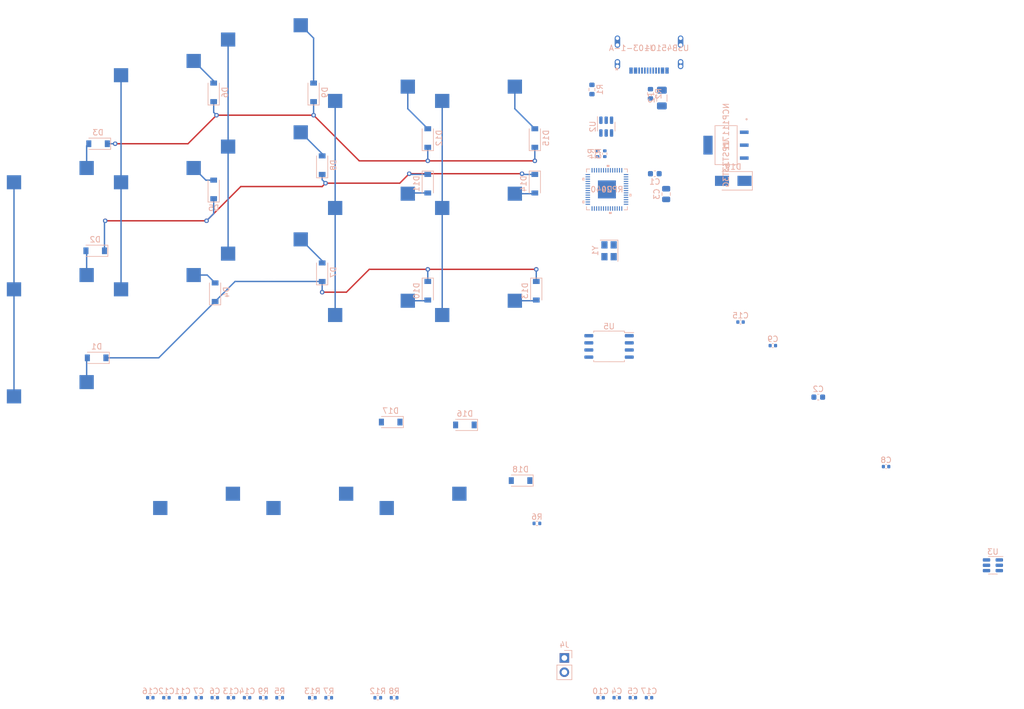
<source format=kicad_pcb>
(kicad_pcb (version 20211014) (generator pcbnew)
  (layers (0 "F.Cu" signal) (31 "B.Cu" signal) (34 "B.Paste" user) (35 "F.Paste" user) (36 "B.SilkS" user "B.Silkscreen") (37 "F.SilkS" user "F.Silkscreen") (38 "B.Mask" user) (39 "F.Mask" user) (44 "Edge.Cuts" user))
  (net 0 "")
  (net 1 "Net-(C1-Pad1)")
  (net 2 "GND")
  (net 3 "+3V3")
  (net 4 "+1V1")
  (net 5 "Net-(C16-Pad1)")
  (net 6 "Net-(C17-Pad1)")
  (net 7 "ROW3")
  (net 8 "Net-(D1-Pad2)")
  (net 9 "ROW2")
  (net 10 "Net-(D2-Pad2)")
  (net 11 "ROW1")
  (net 12 "Net-(D3-Pad2)")
  (net 13 "Net-(D4-Pad2)")
  (net 14 "Net-(D5-Pad2)")
  (net 15 "Net-(D6-Pad2)")
  (net 16 "Net-(D7-Pad2)")
  (net 17 "Net-(D8-Pad2)")
  (net 18 "Net-(D9-Pad2)")
  (net 19 "Net-(D10-Pad2)")
  (net 20 "Net-(D11-Pad2)")
  (net 21 "Net-(D12-Pad2)")
  (net 22 "Net-(D13-Pad2)")
  (net 23 "Net-(D14-Pad2)")
  (net 24 "Net-(D15-Pad2)")
  (net 25 "Net-(D16-Pad2)")
  (net 26 "Net-(D17-Pad2)")
  (net 27 "Net-(D18-Pad2)")
  (net 28 "Net-(D19-Pad2)")
  (net 29 "VBUS")
  (net 31 "CC1")
  (net 32 "USB_CONN_D-")
  (net 33 "USB__CONN_D+")
  (net 34 "USB__CONN_D-")
  (net 35 "USB_CONN_D+")
  (net 37 "CC2")
  (net 38 "/~{USB_BOOT}")
  (net 39 "COL1")
  (net 40 "COL2")
  (net 41 "COL3")
  (net 42 "COL4")
  (net 43 "COL5")
  (net 44 "COL6")
  (net 45 "USB_D+")
  (net 46 "Net-(R3-Pad2)")
  (net 47 "USB_D-")
  (net 48 "Net-(R4-Pad2)")
  (net 49 "/QSPI_SS")
  (net 50 "/XOUT")
  (net 51 "SDA_DISPLAY")
  (net 52 "SCL_DISPLAY")
  (net 53 "Net-(D21-Pad1)")
  (net 54 "Net-(D22-Pad1)")
  (net 55 "RX_SPLIT_CONN")
  (net 56 "TX_SPLIT_CONN")
  (net 57 "TX_SPLIT")
  (net 58 "RX_SPLIT")
  (net 59 "/QSPI_SD1")
  (net 60 "/QSPI_SD2")
  (net 61 "/QSPI_SD0")
  (net 62 "/QSPI_SCLK")
  (net 63 "/QSPI_SD3")
  (net 64 "+3.3V")
  (net 68 "/XIN")
  (net 69 "/SWCLK")
  (net 70 "/SWD")
  (net 71 "/RUN")
  (net 81 "LED")
  (net 82 "/GPIO26_ADC0")
  (net 83 "/GPIO27_ADC1")
  (net 84 "/GPIO28_ADC2")
  (net 85 "/GPIO29_ADC3")
  (footprint "Keyboard:MX" (layer "F.Cu") (at 104.648 81.28)
    (fp_text reference "MX12" hide)
    (fp_text value "SW_Push" hide)
  )
  (footprint "Keyboard:MX" (layer "F.Cu") (at 66.548 76.708)
    (fp_text reference "MX6" hide)
    (fp_text value "SW_Push" hide)
  )
  (footprint "Keyboard:MX" (layer "F.Cu") (at 66.548 57.658)
    (fp_text reference "MX5" hide)
    (fp_text value "SW_Push" hide)
  )
  (footprint "Keyboard:MX" (layer "F.Cu") (at 85.598 70.358)
    (fp_text reference "MX9" hide)
    (fp_text value "SW_Push" hide)
  )
  (footprint "Keyboard:MX" (layer "F.Cu") (at 47.498 57.658)
    (fp_text reference "MX1" hide)
    (fp_text value "SW_Push" hide)
  )
  (footprint "Keyboard:MX" (layer "F.Cu") (at 104.648 43.18)
    (fp_text reference "MX10" hide)
    (fp_text value "SW_Push" hide)
  )
  (footprint "Keyboard:MX" (layer "F.Cu") (at 85.598 32.258)
    (fp_text reference "MX7" hide)
    (fp_text value "SW_Push" hide)
  )
  (footprint "Keyboard:MX" (layer "F.Cu") (at 123.698 62.23)
    (fp_text reference "MX14" hide)
    (fp_text value "SW_Push" hide)
  )
  (footprint "Keyboard:MX" (layer "F.Cu") (at 73.526 115.622)
    (fp_text reference "MX18" hide)
    (fp_text value "SW_Push" hide)
  )
  (footprint "Keyboard:MX" (layer "F.Cu") (at 47.498 76.708)
    (fp_text reference "MX2" hide)
    (fp_text value "SW_Push" hide)
  )
  (footprint "Keyboard:MX" (layer "F.Cu") (at 47.498 95.758)
    (fp_text reference "MX3" hide)
    (fp_text value "SW_Push" hide)
  )
  (footprint "Keyboard:MX" (layer "F.Cu") (at 113.826 115.622)
    (fp_text reference "MX16" hide)
    (fp_text value "SW_Push" hide)
  )
  (footprint "Keyboard:MX" (layer "F.Cu") (at 93.676 115.622)
    (fp_text reference "MX17" hide)
    (fp_text value "SW_Push" hide)
  )
  (footprint "Keyboard:MX" (layer "F.Cu") (at 123.698 81.28)
    (fp_text reference "MX15" hide)
    (fp_text value "SW_Push" hide)
  )
  (footprint "Keyboard:MX" (layer "F.Cu") (at 85.598 51.308)
    (fp_text reference "MX8" hide)
    (fp_text value "SW_Push" hide)
  )
  (footprint "Keyboard:MX" (layer "F.Cu") (at 104.648 62.23)
    (fp_text reference "MX11" hide)
    (fp_text value "SW_Push" hide)
  )
  (footprint "Keyboard:MX" (layer "F.Cu") (at 123.698 43.18)
    (fp_text reference "MX13" hide)
    (fp_text value "SW_Push" hide)
  )
  (footprint "Keyboard:MX" (layer "F.Cu") (at 66.548 38.608)
    (fp_text reference "MX4" hide)
    (fp_text value "SW_Push" hide)
  )
  (footprint "Resistor_SMD:R_0402_1005Metric" (layer "B.Cu") (at 145.542 50.038 -90)
    (fp_text reference "R3")
    (fp_text value "27")
  )
  (footprint "RP2040:SC090813" (layer "B.Cu") (at 145.923 56.388 180)
    (fp_text reference "U4")
    (fp_text value "RP2040")
  )
  (footprint "Resistor_SMD:R_0402_1005Metric" (layer "B.Cu") (at 93.507904 146.842 180)
    (fp_text reference "R13")
    (fp_text value "2.2K")
  )
  (footprint "Capacitor_SMD:C_0402_1005Metric" (layer "B.Cu") (at 76.147904 146.832 180)
    (fp_text reference "C6")
    (fp_text value "100n")
  )
  (footprint "Resistor_SMD:R_0402_1005Metric" (layer "B.Cu") (at 108.057904 146.842 180)
    (fp_text reference "R8")
    (fp_text value "4.7K")
  )
  (footprint "Capacitor_SMD:C_0402_1005Metric" (layer "B.Cu") (at 175.449962 84.182 180)
    (fp_text reference "C9")
    (fp_text value "100n")
  )
  (footprint "Diode_SMD:D_SOD-123" (layer "B.Cu") (at 133.096 55.372 -90)
    (fp_text reference "D14")
    (fp_text value "DIODE")
  )
  (footprint "Capacitor_SMD:C_0603_1608Metric" (layer "B.Cu") (at 154.445 53.594)
    (fp_text reference "C1")
    (fp_text value "10u")
  )
  (footprint "Diode_SMD:D_SOD-123" (layer "B.Cu") (at 55.372 48.26 180)
    (fp_text reference "D3")
    (fp_text value "DIODE")
  )
  (footprint "Diode_SMD:D_SOD-123" (layer "B.Cu") (at 76.2 74.676 90)
    (fp_text reference "D4")
    (fp_text value "DIODE")
  )
  (footprint "Resistor_SMD:R_0402_1005Metric" (layer "B.Cu") (at 105.147904 146.842 180)
    (fp_text reference "R12")
    (fp_text value "2.2K")
  )
  (footprint "Diode_SMD:D_SOD-123" (layer "B.Cu") (at 55.118 86.36 180)
    (fp_text reference "D1")
    (fp_text value "DIODE")
  )
  (footprint "Capacitor_SMD:C_0402_1005Metric" (layer "B.Cu") (at 144.801716 146.832 180)
    (fp_text reference "C10")
    (fp_text value "100n")
  )
  (footprint "Capacitor_SMD:C_0402_1005Metric" (layer "B.Cu") (at 153.411716 146.832 180)
    (fp_text reference "C17")
    (fp_text value "20p")
  )
  (footprint "Diode_SMD:D_SOD-123" (layer "B.Cu") (at 107.442 97.79 180)
    (fp_text reference "D17")
    (fp_text value "DIODE")
  )
  (footprint "Capacitor_SMD:C_0402_1005Metric" (layer "B.Cu") (at 79.017904 146.832 180)
    (fp_text reference "C13")
    (fp_text value "1u")
  )
  (footprint "Capacitor_SMD:C_0402_1005Metric" (layer "B.Cu") (at 70.407904 146.832 180)
    (fp_text reference "C11")
    (fp_text value "100n")
  )
  (footprint "Diode_SMD:D_SOD-123" (layer "B.Cu") (at 95.25 52.07 90)
    (fp_text reference "D8")
    (fp_text value "DIODE")
  )
  (footprint "Diode_SMD:D_SOD-123" (layer "B.Cu") (at 114.046 55.372 -90)
    (fp_text reference "D11")
    (fp_text value "DIODE")
  )
  (footprint "Diode_SMD:D_SOD-123" (layer "B.Cu") (at 75.946 56.388 90)
    (fp_text reference "D5")
    (fp_text value "DIODE")
  )
  (footprint "Capacitor_SMD:C_0402_1005Metric" (layer "B.Cu") (at 195.599962 105.712 180)
    (fp_text reference "C8")
    (fp_text value "100n")
  )
  (footprint "USB4510-03-1-A:USB4510-03-1-A" (layer "B.Cu") (at 153.416 31.242)
    (fp_text reference "J1")
    (fp_text value "USB4510-03-1-A")
  )
  (footprint "Package_TO_SOT_SMD:SOT-23-6" (layer "B.Cu") (at 214.609962 123.272 180)
    (fp_text reference "U3")
    (fp_text value "USBLC6-2SC6")
  )
  (footprint "Resistor_SMD:R_0603_1608Metric" (layer "B.Cu") (at 143.256 38.608 90)
    (fp_text reference "R1")
    (fp_text value "5.1k")
  )
  (footprint "Diode_SMD:D_SOD-123" (layer "B.Cu") (at 120.65 98.298 180)
    (fp_text reference "D16")
    (fp_text value "DIODE")
  )
  (footprint "Capacitor_SMD:C_0402_1005Metric" (layer "B.Cu") (at 73.277904 146.832 180)
    (fp_text reference "C7")
    (fp_text value "100n")
  )
  (footprint "Capacitor_SMD:C_0402_1005Metric" (layer "B.Cu") (at 64.667904 146.832 180)
    (fp_text reference "C16")
    (fp_text value "20p")
  )
  (footprint "Capacitor_SMD:C_0805_2012Metric" (layer "B.Cu") (at 156.464 57.216 -90)
    (fp_text reference "C3")
    (fp_text value "10u")
  )
  (footprint "NCP1117LPST33T3G:NCP1117LPST33T3G" (layer "B.Cu") (at 167.132 48.514 -90)
    (fp_text reference "U1")
    (fp_text value "NCP1117LPST33T3G")
  )
  (footprint "Resistor_SMD:R_0402_1005Metric" (layer "B.Cu") (at 84.777904 146.842 180)
    (fp_text reference "R9")
    (fp_text value "4.7K")
  )
  (footprint "Resistor_SMD:R_0402_1005Metric" (layer "B.Cu") (at 144.272 50.04 -90)
    (fp_text reference "R4")
    (fp_text value "27")
  )
  (footprint "Resistor_SMD:R_0402_1005Metric" (layer "B.Cu") (at 133.466 115.824 180)
    (fp_text reference "R6")
    (fp_text value "1k")
  )
  (footprint "Connector_PinHeader_2.54mm:PinHeader_1x02_P2.54mm_Vertical" (layer "B.Cu") (at 138.351716 139.762 180)
    (fp_text reference "J4")
    (fp_text value "switch")
  )
  (footprint "Capacitor_SMD:C_0402_1005Metric" (layer "B.Cu") (at 169.699962 79.992 180)
    (fp_text reference "C15")
    (fp_text value "100n")
  )
  (footprint "Diode_SMD:D_SOD-123" (layer "B.Cu") (at 114.046 47.244 90)
    (fp_text reference "D12")
    (fp_text value "DIODE")
  )
  (footprint "Resistor_SMD:R_0603_1608Metric" (layer "B.Cu") (at 153.67 39.37 90)
    (fp_text reference "R2")
    (fp_text value "5.1k")
  )
  (footprint "Capacitor_SMD:C_0402_1005Metric" (layer "B.Cu") (at 81.887904 146.832 180)
    (fp_text reference "C14")
    (fp_text value "1u")
  )
  (footprint "Capacitor_SMD:C_0603_1608Metric" (layer "B.Cu") (at 183.529962 93.352 180)
    (fp_text reference "C2")
    (fp_text value "10u")
  )
  (footprint "Oscillator:Oscillator_SMD_Abracon_ASE-4Pin_3.2x2.5mm" (layer "B.Cu") (at 146.304 67.31 -90)
    (fp_text reference "Y1")
    (fp_text value "12MHz")
  )
  (footprint "Diode_SMD:D_SOD-123" (layer "B.Cu") (at 133.35 74.422 -90)
    (fp_text reference "D13")
    (fp_text value "DIODE")
  )
  (footprint "Diode_SMD:D_SOD-123" (layer "B.Cu") (at 95.25 71.12 90)
    (fp_text reference "D7")
    (fp_text value "DIODE")
  )
  (footprint "Capacitor_SMD:C_0402_1005Metric" (layer "B.Cu") (at 67.537904 146.832 180)
    (fp_text reference "C12")
    (fp_text value "100n")
  )
  (footprint "Diode_SMD:D_SOD-123" (layer "B.Cu") (at 93.726 39.116 90)
    (fp_text reference "D9")
    (fp_text value "DIODE")
  )
  (footprint "Diode_SMD:D_SOD-123" (layer "B.Cu") (at 114.046 74.422 -90)
    (fp_text reference "D10")
    (fp_text value "DIODE")
  )
  (footprint "Resistor_SMD:R_0402_1005Metric" (layer "B.Cu") (at 96.417904 146.842 180)
    (fp_text reference "R7")
    (fp_text value "1k")
  )
  (footprint "Diode_SMD:D_SOD-123" (layer "B.Cu") (at 133.096 47.244 90)
    (fp_text reference "D15")
    (fp_text value "DIODE")
  )
  (footprint "Package_TO_SOT_SMD:SOT-23-6" (layer "B.Cu") (at 145.796 45.212 -90)
    (fp_text reference "U2")
    (fp_text value "USBLC6-2SC6")
  )
  (footprint "Fuse:Fuse_1206_3216Metric" (layer "B.Cu") (at 155.702 40.132 -90)
    (fp_text reference "F2")
    (fp_text value "1000mA")
  )
  (footprint "Capacitor_SMD:C_0402_1005Metric" (layer "B.Cu") (at 150.541716 146.832 180)
    (fp_text reference "C5")
    (fp_text value "100n")
  )
  (footprint "Diode_SMD:D_SOD-123" (layer "B.Cu") (at 54.864 67.31 180)
    (fp_text reference "D2")
    (fp_text value "DIODE")
  )
  (footprint "Diode_SMD:D_SOD-123" (layer "B.Cu") (at 130.556 108.204 180)
    (fp_text reference "D18")
    (fp_text value "DIODE")
  )
  (footprint "Capacitor_SMD:C_0402_1005Metric" (layer "B.Cu") (at 147.671716 146.832 180)
    (fp_text reference "C4")
    (fp_text value "100n")
  )
  (footprint "Resistor_SMD:R_0402_1005Metric" (layer "B.Cu") (at 87.687904 146.842 180)
    (fp_text reference "R5")
    (fp_text value "10k")
  )
  (footprint "Diode_SMD:D_SMA" (layer "B.Cu") (at 168.402 54.864 180)
    (fp_text reference "D19")
    (fp_text value "C2480")
  )
  (footprint "Diode_SMD:D_SOD-123" (layer "B.Cu") (at 75.946 39.116 90)
    (fp_text reference "D6")
    (fp_text value "DIODE")
  )
  (footprint "Package_SO:SOIC-8_5.23x5.23mm_P1.27mm" (layer "B.Cu") (at 146.304 84.328 180)
    (fp_text reference "U5")
    (fp_text value "W25Q128JVS")
  )
  (segment (start 103.632 70.612) (end 99.568 74.676) (width 0.25) (layer "F.Cu") (net 7))
  (segment (start 114.046 70.612) (end 103.632 70.612) (width 0.25) (layer "F.Cu") (net 7))
  (segment (start 99.568 74.676) (end 95.25 74.676) (width 0.25) (layer "F.Cu") (net 7))
  (segment (start 114.046 70.612) (end 133.35 70.612) (width 0.25) (layer "F.Cu") (net 7))
  (via (at 133.35 70.612) (size 0.8) (drill 0.4) (layers "F.Cu" "B.Cu") (net 7))
  (via (at 114.046 70.612) (size 0.8) (drill 0.4) (layers "F.Cu" "B.Cu") (net 7))
  (via (at 95.25 74.676) (size 0.8) (drill 0.4) (layers "F.Cu" "B.Cu") (net 7))
  (segment (start 133.35 72.772) (end 133.35 70.612) (width 0.25) (layer "B.Cu") (net 7))
  (segment (start 95.25 72.77) (end 79.756 72.77) (width 0.25) (layer "B.Cu") (net 7))
  (segment (start 66.166 86.36) (end 76.2 76.326) (width 0.25) (layer "B.Cu") (net 7))
  (segment (start 56.768 86.36) (end 66.166 86.36) (width 0.25) (layer "B.Cu") (net 7))
  (segment (start 113.792 72.772) (end 114.046 72.518) (width 0.25) (layer "B.Cu") (net 7))
  (segment (start 95.25 72.77) (end 95.25 74.676) (width 0.25) (layer "B.Cu") (net 7))
  (segment (start 114.046 72.518) (end 114.046 70.612) (width 0.25) (layer "B.Cu") (net 7))
  (segment (start 79.756 72.77) (end 76.2 76.326) (width 0.25) (layer "B.Cu") (net 7))
  (segment (start 53.34 90.678) (end 53.34 86.488) (width 0.25) (layer "B.Cu") (net 8))
  (segment (start 53.34 86.488) (end 53.468 86.36) (width 0.25) (layer "B.Cu") (net 8))
  (segment (start 109.063001 55.274999) (end 110.744 53.594) (width 0.25) (layer "F.Cu") (net 9))
  (segment (start 95.855001 55.274999) (end 109.063001 55.274999) (width 0.25) (layer "F.Cu") (net 9))
  (segment (start 95.25 55.88) (end 95.855001 55.274999) (width 0.25) (layer "F.Cu") (net 9))
  (segment (start 56.642 61.976) (end 74.676 61.976) (width 0.25) (layer "F.Cu") (net 9))
  (segment (start 74.676 61.976) (end 80.772 55.88) (width 0.25) (layer "F.Cu") (net 9))
  (segment (start 110.744 53.594) (end 130.81 53.594) (width 0.25) (layer "F.Cu") (net 9))
  (segment (start 80.772 55.88) (end 95.25 55.88) (width 0.25) (layer "F.Cu") (net 9))
  (via (at 95.855001 55.274999) (size 0.8) (drill 0.4) (layers "F.Cu" "B.Cu") (net 9))
  (via (at 56.642 61.976) (size 0.8) (drill 0.4) (layers "F.Cu" "B.Cu") (net 9))
  (via (at 110.744 53.594) (size 0.8) (drill 0.4) (layers "F.Cu" "B.Cu") (net 9))
  (via (at 74.676 61.976) (size 0.8) (drill 0.4) (layers "F.Cu" "B.Cu") (net 9))
  (via (at 130.81 53.594) (size 0.8) (drill 0.4) (layers "F.Cu" "B.Cu") (net 9))
  (segment (start 110.872 53.722) (end 110.744 53.594) (width 0.25) (layer "B.Cu") (net 9))
  (segment (start 130.938 53.722) (end 130.81 53.594) (width 0.25) (layer "B.Cu") (net 9))
  (segment (start 56.514 62.104) (end 56.642 61.976) (width 0.25) (layer "B.Cu") (net 9))
  (segment (start 95.25 53.72) (end 95.25 54.669998) (width 0.25) (layer "B.Cu") (net 9))
  (segment (start 75.946 60.706) (end 74.676 61.976) (width 0.25) (layer "B.Cu") (net 9))
  (segment (start 114.046 53.722) (end 110.872 53.722) (width 0.25) (layer "B.Cu") (net 9))
  (segment (start 133.096 53.722) (end 130.938 53.722) (width 0.25) (layer "B.Cu") (net 9))
  (segment (start 56.514 67.31) (end 56.514 62.104) (width 0.25) (layer "B.Cu") (net 9))
  (segment (start 75.946 58.038) (end 75.946 60.706) (width 0.25) (layer "B.Cu") (net 9))
  (segment (start 95.25 54.669998) (end 95.855001 55.274999) (width 0.25) (layer "B.Cu") (net 9))
  (segment (start 53.34 67.436) (end 53.214 67.31) (width 0.25) (layer "B.Cu") (net 10))
  (segment (start 53.34 71.628) (end 53.34 67.436) (width 0.25) (layer "B.Cu") (net 10))
  (segment (start 76.454 43.18) (end 93.726 43.18) (width 0.25) (layer "F.Cu") (net 11))
  (segment (start 133.096 51.562) (end 133.096 51.308) (width 0.25) (layer "F.Cu") (net 11))
  (segment (start 101.854 51.308) (end 114.046 51.308) (width 0.25) (layer "F.Cu") (net 11))
  (segment (start 93.726 43.18) (end 101.854 51.308) (width 0.25) (layer "F.Cu") (net 11))
  (segment (start 132.842 51.308) (end 133.096 51.562) (width 0.25) (layer "F.Cu") (net 11))
  (segment (start 75.946 43.688) (end 76.454 43.18) (width 0.25) (layer "F.Cu") (net 11))
  (segment (start 58.42 48.26) (end 71.374 48.26) (width 0.25) (layer "F.Cu") (net 11))
  (segment (start 114.046 51.308) (end 132.842 51.308) (width 0.25) (layer "F.Cu") (net 11))
  (segment (start 71.374 48.26) (end 75.946 43.688) (width 0.25) (layer "F.Cu") (net 11))
  (via (at 76.454 43.18) (size 0.8) (drill 0.4) (layers "F.Cu" "B.Cu") (net 11))
  (via (at 93.726 43.18) (size 0.8) (drill 0.4) (layers "F.Cu" "B.Cu") (net 11))
  (via (at 133.096 51.308) (size 0.8) (drill 0.4) (layers "F.Cu" "B.Cu") (net 11))
  (via (at 58.42 48.26) (size 0.8) (drill 0.4) (layers "F.Cu" "B.Cu") (net 11))
  (via (at 114.046 51.308) (size 0.8) (drill 0.4) (layers "F.Cu" "B.Cu") (net 11))
  (segment (start 57.022 48.26) (end 58.42 48.26) (width 0.25) (layer "B.Cu") (net 11))
  (segment (start 133.096 48.894) (end 133.096 51.308) (width 0.25) (layer "B.Cu") (net 11))
  (segment (start 75.946 42.672) (end 76.454 43.18) (width 0.25) (layer "B.Cu") (net 11))
  (segment (start 93.726 40.766) (end 93.726 43.18) (width 0.25) (layer "B.Cu") (net 11))
  (segment (start 114.046 48.894) (end 114.046 51.308) (width 0.25) (layer "B.Cu") (net 11))
  (segment (start 75.946 40.766) (end 75.946 42.672) (width 0.25) (layer "B.Cu") (net 11))
  (segment (start 53.34 52.578) (end 53.34 48.642) (width 0.25) (layer "B.Cu") (net 12))
  (segment (start 53.34 48.642) (end 53.722 48.26) (width 0.25) (layer "B.Cu") (net 12))
  (segment (start 72.39 71.628) (end 74.802 71.628) (width 0.25) (layer "B.Cu") (net 13))
  (segment (start 74.802 71.628) (end 76.2 73.026) (width 0.25) (layer "B.Cu") (net 13))
  (segment (start 72.39 52.578) (end 74.55 54.738) (width 0.25) (layer "B.Cu") (net 14))
  (segment (start 74.55 54.738) (end 75.946 54.738) (width 0.25) (layer "B.Cu") (net 14))
  (segment (start 75.946 37.466) (end 75.946 37.084) (width 0.25) (layer "B.Cu") (net 15))
  (segment (start 75.946 37.084) (end 72.39 33.528) (width 0.25) (layer "B.Cu") (net 15))
  (segment (start 95.25 69.088) (end 95.25 69.47) (width 0.25) (layer "B.Cu") (net 16))
  (segment (start 91.44 65.278) (end 95.25 69.088) (width 0.25) (layer "B.Cu") (net 16))
  (segment (start 91.44 46.228) (end 95.25 50.038) (width 0.25) (layer "B.Cu") (net 17))
  (segment (start 95.25 50.038) (end 95.25 50.42) (width 0.25) (layer "B.Cu") (net 17))
  (segment (start 93.726 29.464) (end 91.44 27.178) (width 0.25) (layer "B.Cu") (net 18))
  (segment (start 93.726 37.466) (end 93.726 29.464) (width 0.25) (layer "B.Cu") (net 18))
  (segment (start 113.918 76.2) (end 114.046 76.072) (width 0.25) (layer "B.Cu") (net 19))
  (segment (start 110.49 76.2) (end 113.918 76.2) (width 0.25) (layer "B.Cu") (net 19))
  (segment (start 114.046 57.022) (end 110.618 57.022) (width 0.25) (layer "B.Cu") (net 20))
  (segment (start 110.618 57.022) (end 110.49 57.15) (width 0.25) (layer "B.Cu") (net 20))
  (segment (start 110.49 38.1) (end 110.49 42.038) (width 0.25) (layer "B.Cu") (net 21))
  (segment (start 110.49 42.038) (end 114.046 45.594) (width 0.25) (layer "B.Cu") (net 21))
  (segment (start 129.54 76.2) (end 133.222 76.2) (width 0.25) (layer "B.Cu") (net 22))
  (segment (start 133.222 76.2) (end 133.35 76.072) (width 0.25) (layer "B.Cu") (net 22))
  (segment (start 132.968 57.15) (end 133.096 57.022) (width 0.25) (layer "B.Cu") (net 23))
  (segment (start 129.54 57.15) (end 132.968 57.15) (width 0.25) (layer "B.Cu") (net 23))
  (segment (start 129.54 42.038) (end 133.096 45.594) (width 0.25) (layer "B.Cu") (net 24))
  (segment (start 129.54 38.1) (end 129.54 42.038) (width 0.25) (layer "B.Cu") (net 24))
  (segment (start 40.413 55.118) (end 40.413 74.168) (width 0.25) (layer "B.Cu") (net 39))
  (segment (start 40.413 74.168) (end 40.413 93.218) (width 0.25) (layer "B.Cu") (net 39))
  (segment (start 59.463 74.168) (end 59.463 55.118) (width 0.25) (layer "B.Cu") (net 40))
  (segment (start 59.463 36.068) (end 59.463 55.118) (width 0.25) (layer "B.Cu") (net 40))
  (segment (start 78.513 48.768) (end 78.513 29.718) (width 0.25) (layer "B.Cu") (net 41))
  (segment (start 78.513 48.768) (end 78.513 67.818) (width 0.25) (layer "B.Cu") (net 41))
  (segment (start 97.563 78.74) (end 97.563 59.69) (width 0.25) (layer "B.Cu") (net 42))
  (segment (start 97.563 40.64) (end 97.563 59.69) (width 0.25) (layer "B.Cu") (net 42))
  (segment (start 116.613 40.64) (end 116.613 59.69) (width 0.25) (layer "B.Cu") (net 43))
  (segment (start 116.613 78.74) (end 116.613 59.69) (width 0.25) (layer "B.Cu") (net 43))
)
</source>
